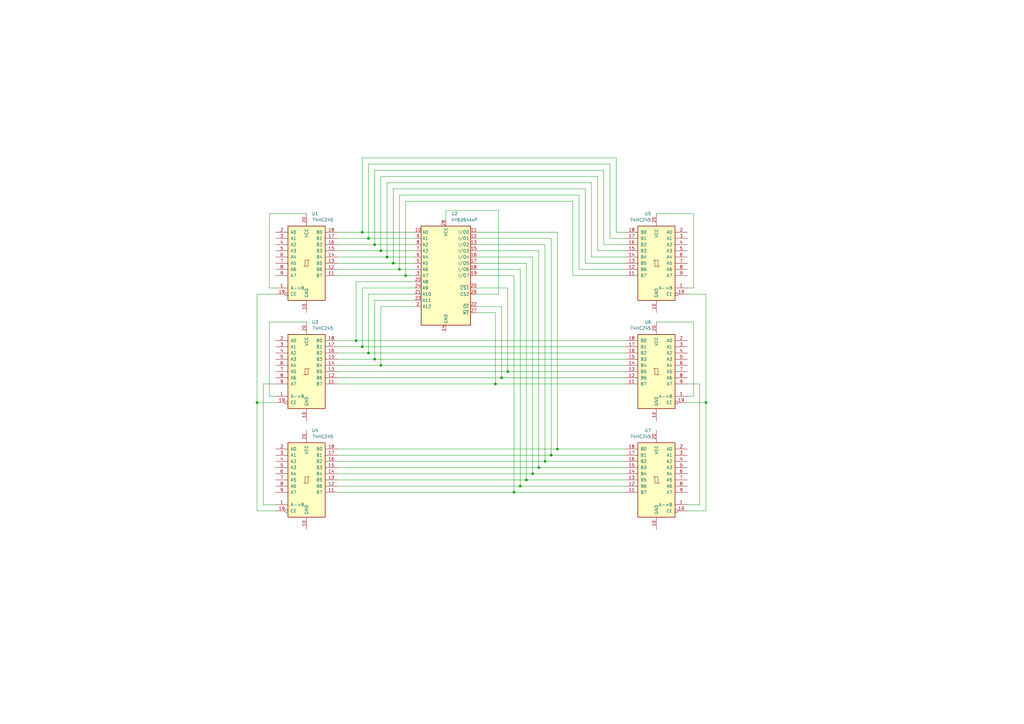
<source format=kicad_sch>
(kicad_sch (version 20250114) (generator "eeschema") (generator_version "9.0")
  (paper "A3")
  (lib_symbols
    (symbol "74xx:74HC245" (pin_names (offset 1.016))
      (property "Reference" "U" (at -7.62 16.51 0))
      (property "Value" "74HC245" (at -7.62 -16.51 0))
      (symbol "74HC245_1_0"
        (polyline (pts (xy -1.27 -1.27) (xy 0.635 -1.27) (xy 0.635 1.27) (xy 1.27 1.27)))
        (polyline (pts (xy -0.635 -1.27) (xy -0.635 1.27) (xy 0.635 1.27)))
        (pin tri_state line (at -12.7 12.7 0) (length 5.08) (name "A0") (number "2"))
        (pin tri_state line (at -12.7 10.16 0) (length 5.08) (name "A1") (number "3"))
        (pin tri_state line (at -12.7 7.62 0) (length 5.08) (name "A2") (number "4"))
        (pin tri_state line (at -12.7 5.08 0) (length 5.08) (name "A3") (number "5"))
        (pin tri_state line (at -12.7 2.54 0) (length 5.08) (name "A4") (number "6"))
        (pin tri_state line (at -12.7 0 0) (length 5.08) (name "A5") (number "7"))
        (pin tri_state line (at -12.7 -2.54 0) (length 5.08) (name "A6") (number "8"))
        (pin tri_state line (at -12.7 -5.08 0) (length 5.08) (name "A7") (number "9"))
        (pin input line (at -12.7 -10.16 0) (length 5.08) (name "A->B") (number "1"))
        (pin input inverted (at -12.7 -12.7 0) (length 5.08) (name "CE") (number "19"))
        (pin power_in line (at 0 20.32 270) (length 5.08) (name "VCC") (number "20"))
        (pin power_in line (at 0 -20.32 90) (length 5.08) (name "GND") (number "10"))
        (pin tri_state line (at 12.7 12.7 180) (length 5.08) (name "B0") (number "18"))
        (pin tri_state line (at 12.7 10.16 180) (length 5.08) (name "B1") (number "17"))
        (pin tri_state line (at 12.7 7.62 180) (length 5.08) (name "B2") (number "16"))
        (pin tri_state line (at 12.7 5.08 180) (length 5.08) (name "B3") (number "15"))
        (pin tri_state line (at 12.7 2.54 180) (length 5.08) (name "B4") (number "14"))
        (pin tri_state line (at 12.7 0 180) (length 5.08) (name "B5") (number "13"))
        (pin tri_state line (at 12.7 -2.54 180) (length 5.08) (name "B6") (number "12"))
        (pin tri_state line (at 12.7 -5.08 180) (length 5.08) (name "B7") (number "11"))
      )
      (symbol "74HC245_1_1"
        (rectangle (start -7.62 15.24) (end 7.62 -15.24) (stroke (width 0.254)) (fill (type background)))
      )
    )
    (symbol "Memory_RAM:HY6264AxP"
      (property "Reference" "U" (at -10.16 20.955 0))
      (property "Value" "HY6264AxP" (at 2.54 20.955 0))
      (symbol "HY6264AxP_0_0"
        (pin power_in line (at 0 22.86 270) (length 2.54) (name "VCC") (number "28"))
        (pin power_in line (at 0 -22.86 90) (length 2.54) (name "GND") (number "14"))
      )
      (symbol "HY6264AxP_0_1"
        (rectangle (start -10.16 20.32) (end 10.16 -20.32) (stroke (width 0.254)) (fill (type background)))
      )
      (symbol "HY6264AxP_1_1"
        (pin input line (at -12.7 17.78 0) (length 2.54) (name "A0") (number "10"))
        (pin input line (at -12.7 15.24 0) (length 2.54) (name "A1") (number "9"))
        (pin input line (at -12.7 12.7 0) (length 2.54) (name "A2") (number "8"))
        (pin input line (at -12.7 10.16 0) (length 2.54) (name "A3") (number "7"))
        (pin input line (at -12.7 7.62 0) (length 2.54) (name "A4") (number "6"))
        (pin input line (at -12.7 5.08 0) (length 2.54) (name "A5") (number "5"))
        (pin input line (at -12.7 2.54 0) (length 2.54) (name "A6") (number "4"))
        (pin input line (at -12.7 0 0) (length 2.54) (name "A7") (number "3"))
        (pin input line (at -12.7 -2.54 0) (length 2.54) (name "A8") (number "25"))
        (pin input line (at -12.7 -5.08 0) (length 2.54) (name "A9") (number "24"))
        (pin input line (at -12.7 -7.62 0) (length 2.54) (name "A10") (number "21"))
        (pin input line (at -12.7 -10.16 0) (length 2.54) (name "A11") (number "23"))
        (pin input line (at -12.7 -12.7 0) (length 2.54) (name "A12") (number "2"))
        (pin no_connect line (at 0 0 0) (length 2.54) (hide yes) (name "NC") (number "1"))
        (pin tri_state line (at 12.7 17.78 180) (length 2.54) (name "I/O0") (number "11"))
        (pin tri_state line (at 12.7 15.24 180) (length 2.54) (name "I/O1") (number "12"))
        (pin tri_state line (at 12.7 12.7 180) (length 2.54) (name "I/O2") (number "13"))
        (pin tri_state line (at 12.7 10.16 180) (length 2.54) (name "I/O3") (number "15"))
        (pin tri_state line (at 12.7 7.62 180) (length 2.54) (name "I/O4") (number "16"))
        (pin tri_state line (at 12.7 5.08 180) (length 2.54) (name "I/O5") (number "17"))
        (pin tri_state line (at 12.7 2.54 180) (length 2.54) (name "I/O6") (number "18"))
        (pin tri_state line (at 12.7 0 180) (length 2.54) (name "I/O7") (number "19"))
        (pin input line (at 12.7 -5.08 180) (length 2.54) (name "~{CS1}") (number "20"))
        (pin input line (at 12.7 -7.62 180) (length 2.54) (name "CS2") (number "26"))
        (pin input line (at 12.7 -12.7 180) (length 2.54) (name "~{OE}") (number "22"))
        (pin input line (at 12.7 -15.24 180) (length 2.54) (name "~{WE}") (number "27"))
      )
    )
  )
  (junction (at 208.28 152.4))
  (junction (at 205.74 154.94))
  (junction (at 156.21 102.87))
  (junction (at 213.36 199.39))
  (junction (at 146.05 139.7))
  (junction (at 156.21 149.86))
  (junction (at 289.56 165.1))
  (junction (at 226.06 186.69))
  (junction (at 166.37 113.03))
  (junction (at 151.13 97.79))
  (junction (at 215.9 196.85))
  (junction (at 148.59 142.24))
  (junction (at 220.98 191.77))
  (junction (at 218.44 194.31))
  (junction (at 151.13 144.78))
  (junction (at 223.52 189.23))
  (junction (at 105.41 165.1))
  (junction (at 163.83 110.49))
  (junction (at 158.75 105.41))
  (junction (at 153.67 147.32))
  (junction (at 210.82 201.93))
  (junction (at 161.29 107.95))
  (junction (at 148.59 95.25))
  (junction (at 228.6 184.15))
  (junction (at 203.2 157.48))
  (junction (at 153.67 100.33))
  (wire (pts (xy 153.67 123.19) (xy 170.18 123.19)))
  (wire (pts (xy 138.43 142.24) (xy 148.59 142.24)))
  (wire (pts (xy 138.43 105.41) (xy 158.75 105.41)))
  (wire (pts (xy 203.2 157.48) (xy 256.54 157.48)))
  (wire (pts (xy 148.59 95.25) (xy 170.18 95.25)))
  (wire (pts (xy 158.75 105.41) (xy 170.18 105.41)))
  (wire (pts (xy 256.54 110.49) (xy 237.49 110.49)))
  (wire (pts (xy 138.43 154.94) (xy 205.74 154.94)))
  (wire (pts (xy 153.67 147.32) (xy 153.67 123.19)))
  (wire (pts (xy 107.95 207.01) (xy 113.03 207.01)))
  (wire (pts (xy 281.94 120.65) (xy 289.56 120.65)))
  (wire (pts (xy 107.95 157.48) (xy 113.03 157.48)))
  (wire (pts (xy 210.82 201.93) (xy 256.54 201.93)))
  (wire (pts (xy 151.13 144.78) (xy 151.13 120.65)))
  (wire (pts (xy 281.94 209.55) (xy 289.56 209.55)))
  (wire (pts (xy 203.2 128.27) (xy 195.58 128.27)))
  (wire (pts (xy 220.98 191.77) (xy 256.54 191.77)))
  (wire (pts (xy 281.94 118.11) (xy 284.48 118.11)))
  (wire (pts (xy 138.43 191.77) (xy 220.98 191.77)))
  (wire (pts (xy 163.83 110.49) (xy 170.18 110.49)))
  (wire (pts (xy 256.54 113.03) (xy 234.95 113.03)))
  (wire (pts (xy 234.95 113.03) (xy 234.95 82.55)))
  (wire (pts (xy 166.37 113.03) (xy 170.18 113.03)))
  (wire (pts (xy 256.54 149.86) (xy 156.21 149.86)))
  (wire (pts (xy 215.9 196.85) (xy 215.9 107.95)))
  (wire (pts (xy 113.03 120.65) (xy 105.41 120.65)))
  (wire (pts (xy 210.82 201.93) (xy 210.82 113.03)))
  (wire (pts (xy 138.43 102.87) (xy 156.21 102.87)))
  (wire (pts (xy 210.82 113.03) (xy 195.58 113.03)))
  (wire (pts (xy 148.59 142.24) (xy 256.54 142.24)))
  (wire (pts (xy 138.43 144.78) (xy 151.13 144.78)))
  (wire (pts (xy 220.98 191.77) (xy 220.98 102.87)))
  (wire (pts (xy 223.52 189.23) (xy 223.52 100.33)))
  (wire (pts (xy 195.58 97.79) (xy 226.06 97.79)))
  (wire (pts (xy 151.13 120.65) (xy 170.18 120.65)))
  (wire (pts (xy 113.03 118.11) (xy 110.49 118.11)))
  (wire (pts (xy 237.49 80.01) (xy 163.83 80.01)))
  (wire (pts (xy 138.43 152.4) (xy 208.28 152.4)))
  (wire (pts (xy 138.43 186.69) (xy 226.06 186.69)))
  (wire (pts (xy 287.02 157.48) (xy 287.02 207.01)))
  (wire (pts (xy 247.65 100.33) (xy 247.65 69.85)))
  (wire (pts (xy 247.65 69.85) (xy 153.67 69.85)))
  (wire (pts (xy 256.54 97.79) (xy 250.19 97.79)))
  (wire (pts (xy 153.67 100.33) (xy 170.18 100.33)))
  (wire (pts (xy 205.74 154.94) (xy 205.74 125.73)))
  (wire (pts (xy 156.21 72.39) (xy 245.11 72.39)))
  (wire (pts (xy 158.75 74.93) (xy 158.75 105.41)))
  (wire (pts (xy 208.28 152.4) (xy 208.28 118.11)))
  (wire (pts (xy 110.49 87.63) (xy 125.73 87.63)))
  (wire (pts (xy 256.54 100.33) (xy 247.65 100.33)))
  (wire (pts (xy 110.49 132.08) (xy 125.73 132.08)))
  (wire (pts (xy 289.56 120.65) (xy 289.56 165.1)))
  (wire (pts (xy 146.05 115.57) (xy 170.18 115.57)))
  (wire (pts (xy 153.67 147.32) (xy 256.54 147.32)))
  (wire (pts (xy 204.47 120.65) (xy 204.47 86.36)))
  (wire (pts (xy 138.43 97.79) (xy 151.13 97.79)))
  (wire (pts (xy 215.9 107.95) (xy 195.58 107.95)))
  (wire (pts (xy 138.43 139.7) (xy 146.05 139.7)))
  (wire (pts (xy 156.21 72.39) (xy 156.21 102.87)))
  (wire (pts (xy 107.95 157.48) (xy 107.95 207.01)))
  (wire (pts (xy 240.03 77.47) (xy 161.29 77.47)))
  (wire (pts (xy 138.43 199.39) (xy 213.36 199.39)))
  (wire (pts (xy 252.73 95.25) (xy 252.73 64.77)))
  (wire (pts (xy 151.13 97.79) (xy 170.18 97.79)))
  (wire (pts (xy 281.94 207.01) (xy 287.02 207.01)))
  (wire (pts (xy 146.05 139.7) (xy 256.54 139.7)))
  (wire (pts (xy 256.54 102.87) (xy 245.11 102.87)))
  (wire (pts (xy 284.48 162.56) (xy 284.48 132.08)))
  (wire (pts (xy 242.57 74.93) (xy 158.75 74.93)))
  (wire (pts (xy 138.43 149.86) (xy 156.21 149.86)))
  (wire (pts (xy 208.28 118.11) (xy 195.58 118.11)))
  (wire (pts (xy 110.49 118.11) (xy 110.49 87.63)))
  (wire (pts (xy 204.47 86.36) (xy 182.88 86.36)))
  (wire (pts (xy 110.49 162.56) (xy 110.49 132.08)))
  (wire (pts (xy 218.44 194.31) (xy 256.54 194.31)))
  (wire (pts (xy 138.43 157.48) (xy 203.2 157.48)))
  (wire (pts (xy 105.41 165.1) (xy 105.41 209.55)))
  (wire (pts (xy 245.11 102.87) (xy 245.11 72.39)))
  (wire (pts (xy 113.03 209.55) (xy 105.41 209.55)))
  (wire (pts (xy 284.48 118.11) (xy 284.48 87.63)))
  (wire (pts (xy 153.67 69.85) (xy 153.67 100.33)))
  (wire (pts (xy 250.19 97.79) (xy 250.19 67.31)))
  (wire (pts (xy 250.19 67.31) (xy 151.13 67.31)))
  (wire (pts (xy 148.59 142.24) (xy 148.59 118.11)))
  (wire (pts (xy 240.03 107.95) (xy 240.03 77.47)))
  (wire (pts (xy 148.59 64.77) (xy 148.59 95.25)))
  (wire (pts (xy 182.88 86.36) (xy 182.88 90.17)))
  (wire (pts (xy 138.43 147.32) (xy 153.67 147.32)))
  (wire (pts (xy 166.37 82.55) (xy 166.37 113.03)))
  (wire (pts (xy 256.54 105.41) (xy 242.57 105.41)))
  (wire (pts (xy 105.41 120.65) (xy 105.41 165.1)))
  (wire (pts (xy 156.21 102.87) (xy 170.18 102.87)))
  (wire (pts (xy 138.43 196.85) (xy 215.9 196.85)))
  (wire (pts (xy 205.74 125.73) (xy 195.58 125.73)))
  (wire (pts (xy 242.57 105.41) (xy 242.57 74.93)))
  (wire (pts (xy 281.94 157.48) (xy 287.02 157.48)))
  (wire (pts (xy 105.41 165.1) (xy 113.03 165.1)))
  (wire (pts (xy 138.43 113.03) (xy 166.37 113.03)))
  (wire (pts (xy 234.95 82.55) (xy 166.37 82.55)))
  (wire (pts (xy 148.59 118.11) (xy 170.18 118.11)))
  (wire (pts (xy 163.83 80.01) (xy 163.83 110.49)))
  (wire (pts (xy 218.44 105.41) (xy 195.58 105.41)))
  (wire (pts (xy 228.6 184.15) (xy 228.6 95.25)))
  (wire (pts (xy 156.21 125.73) (xy 170.18 125.73)))
  (wire (pts (xy 138.43 189.23) (xy 223.52 189.23)))
  (wire (pts (xy 161.29 77.47) (xy 161.29 107.95)))
  (wire (pts (xy 256.54 95.25) (xy 252.73 95.25)))
  (wire (pts (xy 156.21 125.73) (xy 156.21 149.86)))
  (wire (pts (xy 226.06 186.69) (xy 256.54 186.69)))
  (wire (pts (xy 289.56 165.1) (xy 289.56 209.55)))
  (wire (pts (xy 223.52 100.33) (xy 195.58 100.33)))
  (wire (pts (xy 138.43 110.49) (xy 163.83 110.49)))
  (wire (pts (xy 151.13 144.78) (xy 256.54 144.78)))
  (wire (pts (xy 195.58 95.25) (xy 228.6 95.25)))
  (wire (pts (xy 203.2 157.48) (xy 203.2 128.27)))
  (wire (pts (xy 208.28 152.4) (xy 256.54 152.4)))
  (wire (pts (xy 195.58 120.65) (xy 204.47 120.65)))
  (wire (pts (xy 215.9 196.85) (xy 256.54 196.85)))
  (wire (pts (xy 151.13 67.31) (xy 151.13 97.79)))
  (wire (pts (xy 213.36 199.39) (xy 256.54 199.39)))
  (wire (pts (xy 226.06 186.69) (xy 226.06 97.79)))
  (wire (pts (xy 281.94 162.56) (xy 284.48 162.56)))
  (wire (pts (xy 284.48 87.63) (xy 269.24 87.63)))
  (wire (pts (xy 213.36 110.49) (xy 195.58 110.49)))
  (wire (pts (xy 138.43 184.15) (xy 228.6 184.15)))
  (wire (pts (xy 195.58 102.87) (xy 220.98 102.87)))
  (wire (pts (xy 252.73 64.77) (xy 148.59 64.77)))
  (wire (pts (xy 205.74 154.94) (xy 256.54 154.94)))
  (wire (pts (xy 138.43 194.31) (xy 218.44 194.31)))
  (wire (pts (xy 237.49 110.49) (xy 237.49 80.01)))
  (wire (pts (xy 218.44 194.31) (xy 218.44 105.41)))
  (wire (pts (xy 138.43 95.25) (xy 148.59 95.25)))
  (wire (pts (xy 138.43 100.33) (xy 153.67 100.33)))
  (wire (pts (xy 138.43 107.95) (xy 161.29 107.95)))
  (wire (pts (xy 223.52 189.23) (xy 256.54 189.23)))
  (wire (pts (xy 146.05 139.7) (xy 146.05 115.57)))
  (wire (pts (xy 284.48 132.08) (xy 269.24 132.08)))
  (wire (pts (xy 113.03 162.56) (xy 110.49 162.56)))
  (wire (pts (xy 256.54 107.95) (xy 240.03 107.95)))
  (wire (pts (xy 228.6 184.15) (xy 256.54 184.15)))
  (wire (pts (xy 281.94 165.1) (xy 289.56 165.1)))
  (wire (pts (xy 213.36 199.39) (xy 213.36 110.49)))
  (wire (pts (xy 138.43 201.93) (xy 210.82 201.93)))
  (wire (pts (xy 161.29 107.95) (xy 170.18 107.95)))
  (symbol (lib_id "Memory_RAM:HY6264AxP") (at 182.88 113.03 0) (unit 1)
    (property "Reference" "U2" (at 185.0233 87.63 0) (effects (justify left)))
    (property "Value" "HY6264AxP" (at 185.0233 90.17 0) (effects (justify left)))
    (property "Footprint" "Package_DIP:DIP-28_W15.24mm" (effects (hide yes)))
    (property "Datasheet" "https://www.farnell.com/datasheets/2159.pdf" (effects (hide yes)))
    (property "Description" "Not in Production, 8Kx8 bit Static RAM, 70/85/100/120/150ns, DIP-28" (effects (hide yes)))
  )
  (symbol (lib_id "74xx:74HC245") (at 269.24 107.95 0) (mirror y) (unit 1)
    (property "Reference" "U5" (at 267.0967 87.63 0) (effects (justify left)))
    (property "Value" "74HC245" (at 267.0967 90.17 0) (effects (justify left)))
    (property "Datasheet" "http://www.ti.com/lit/gpn/sn74HC245" (effects (hide yes)))
    (property "Description" "Octal BUS Transceivers, 3-State outputs" (effects (hide yes)))
  )
  (symbol (lib_id "74xx:74HC245") (at 125.73 152.4 0) (unit 1)
    (property "Reference" "U3" (at 127.8733 132.08 0) (effects (justify left)))
    (property "Value" "74HC245" (at 127.8733 134.62 0) (effects (justify left)))
    (property "Datasheet" "http://www.ti.com/lit/gpn/sn74HC245" (effects (hide yes)))
    (property "Description" "Octal BUS Transceivers, 3-State outputs" (effects (hide yes)))
  )
  (symbol (lib_id "74xx:74HC245") (at 269.24 152.4 0) (mirror y) (unit 1)
    (property "Reference" "U6" (at 267.0967 132.08 0) (effects (justify left)))
    (property "Value" "74HC245" (at 267.0967 134.62 0) (effects (justify left)))
    (property "Datasheet" "http://www.ti.com/lit/gpn/sn74HC245" (effects (hide yes)))
    (property "Description" "Octal BUS Transceivers, 3-State outputs" (effects (hide yes)))
  )
  (symbol (lib_id "74xx:74HC245") (at 125.73 107.95 0) (unit 1)
    (property "Reference" "U1" (at 127.8733 87.63 0) (effects (justify left)))
    (property "Value" "74HC245" (at 127.8733 90.17 0) (effects (justify left)))
    (property "Datasheet" "http://www.ti.com/lit/gpn/sn74HC245" (effects (hide yes)))
    (property "Description" "Octal BUS Transceivers, 3-State outputs" (effects (hide yes)))
  )
  (symbol (lib_id "74xx:74HC245") (at 269.24 196.85 0) (mirror y) (unit 1)
    (property "Reference" "U7" (at 267.0967 176.53 0) (effects (justify left)))
    (property "Value" "74HC245" (at 267.0967 179.07 0) (effects (justify left)))
    (property "Datasheet" "http://www.ti.com/lit/gpn/sn74HC245" (effects (hide yes)))
    (property "Description" "Octal BUS Transceivers, 3-State outputs" (effects (hide yes)))
  )
  (symbol (lib_id "74xx:74HC245") (at 125.73 196.85 0) (unit 1)
    (property "Reference" "U4" (at 127.8733 176.53 0) (effects (justify left)))
    (property "Value" "74HC245" (at 127.8733 179.07 0) (effects (justify left)))
    (property "Datasheet" "http://www.ti.com/lit/gpn/sn74HC245" (effects (hide yes)))
    (property "Description" "Octal BUS Transceivers, 3-State outputs" (effects (hide yes)))
  )
)
</source>
